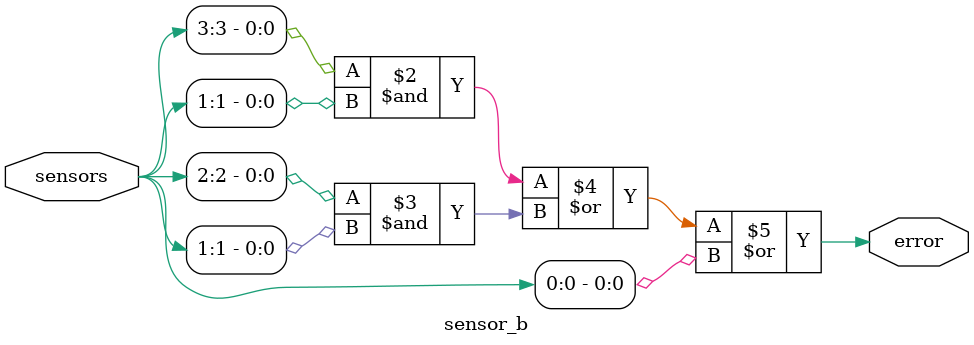
<source format=sv>

module sensor_b(input logic [3:0] sensors, output logic error);
	//F = AC + BC + D
	//ABCD 3210

	always_comb begin
		error = (sensors[3] & sensors[1]) | (sensors[2] & sensors[1]) | sensors[0];
	end
endmodule

</source>
